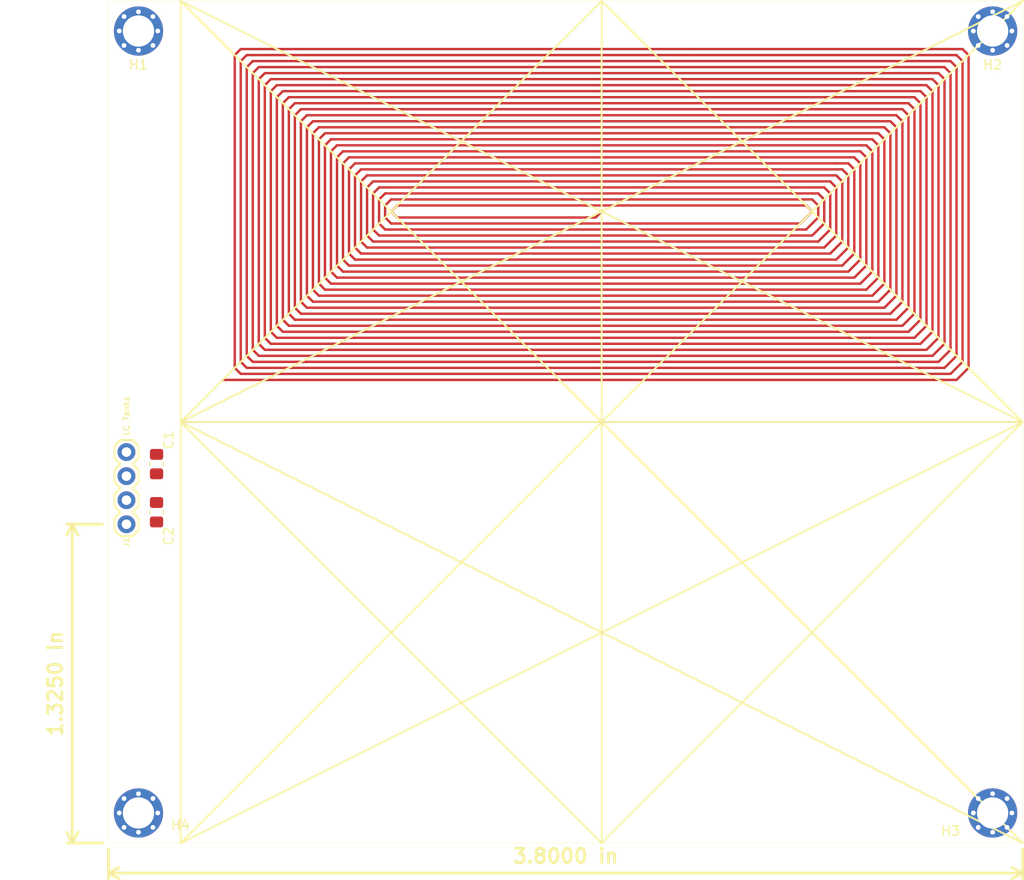
<source format=kicad_pcb>
(kicad_pcb (version 20171130) (host pcbnew "(5.0.2)-1")

  (general
    (thickness 1.6)
    (drawings 19)
    (tracks 229)
    (zones 0)
    (modules 7)
    (nets 7)
  )

  (page USLetter)
  (title_block
    (title "Proximity Sensor Tank: 2 Coils")
    (date 2020-06-24)
    (comment 4 "Cristinel Ababei")
  )

  (layers
    (0 F.Cu signal)
    (31 B.Cu signal)
    (32 B.Adhes user)
    (33 F.Adhes user)
    (34 B.Paste user)
    (35 F.Paste user)
    (36 B.SilkS user)
    (37 F.SilkS user)
    (38 B.Mask user)
    (39 F.Mask user)
    (40 Dwgs.User user)
    (41 Cmts.User user)
    (42 Eco1.User user)
    (43 Eco2.User user)
    (44 Edge.Cuts user)
    (45 Margin user)
    (46 B.CrtYd user)
    (47 F.CrtYd user)
    (48 B.Fab user)
    (49 F.Fab user)
  )

  (setup
    (last_trace_width 0.254)
    (user_trace_width 0.254)
    (user_trace_width 0.508)
    (trace_clearance 0.1524)
    (zone_clearance 0.508)
    (zone_45_only no)
    (trace_min 0.2286)
    (segment_width 0.2)
    (edge_width 0.15)
    (via_size 0.6858)
    (via_drill 0.3302)
    (via_min_size 0.6858)
    (via_min_drill 0.3302)
    (uvia_size 0.6858)
    (uvia_drill 0.3302)
    (uvias_allowed no)
    (uvia_min_size 0.2)
    (uvia_min_drill 0.1)
    (pcb_text_width 0.3)
    (pcb_text_size 1.5 1.5)
    (mod_edge_width 0.15)
    (mod_text_size 1 1)
    (mod_text_width 0.15)
    (pad_size 1.524 1.524)
    (pad_drill 0.762)
    (pad_to_mask_clearance 0.0508)
    (solder_mask_min_width 0.1016)
    (aux_axis_origin 0 0)
    (visible_elements 7FFFFFFF)
    (pcbplotparams
      (layerselection 0x010fc_ffffffff)
      (usegerberextensions false)
      (usegerberattributes false)
      (usegerberadvancedattributes false)
      (creategerberjobfile false)
      (excludeedgelayer true)
      (linewidth 0.100000)
      (plotframeref false)
      (viasonmask false)
      (mode 1)
      (useauxorigin false)
      (hpglpennumber 1)
      (hpglpenspeed 20)
      (hpglpendiameter 15.000000)
      (psnegative false)
      (psa4output false)
      (plotreference true)
      (plotvalue true)
      (plotinvisibletext false)
      (padsonsilk false)
      (subtractmaskfromsilk false)
      (outputformat 1)
      (mirror false)
      (drillshape 1)
      (scaleselection 1)
      (outputdirectory ""))
  )

  (net 0 "")
  (net 1 /LC2)
  (net 2 /LC1)
  (net 3 "Net-(H1-Pad1)")
  (net 4 "Net-(H2-Pad1)")
  (net 5 "Net-(H3-Pad1)")
  (net 6 "Net-(H4-Pad1)")

  (net_class Default "This is the default net class."
    (clearance 0.1524)
    (trace_width 0.254)
    (via_dia 0.6858)
    (via_drill 0.3302)
    (uvia_dia 0.6858)
    (uvia_drill 0.3302)
    (diff_pair_gap 0.254)
    (diff_pair_width 0.2286)
    (add_net /LC1)
    (add_net /LC2)
    (add_net "Net-(H1-Pad1)")
    (add_net "Net-(H2-Pad1)")
    (add_net "Net-(H3-Pad1)")
    (add_net "Net-(H4-Pad1)")
  )

  (module Capacitor_SMD:C_0805_2012Metric_Pad1.15x1.40mm_HandSolder (layer F.Cu) (tedit 5B36C52B) (tstamp 5F0259E5)
    (at 30.48 74.295 90)
    (descr "Capacitor SMD 0805 (2012 Metric), square (rectangular) end terminal, IPC_7351 nominal with elongated pad for handsoldering. (Body size source: https://docs.google.com/spreadsheets/d/1BsfQQcO9C6DZCsRaXUlFlo91Tg2WpOkGARC1WS5S8t0/edit?usp=sharing), generated with kicad-footprint-generator")
    (tags "capacitor handsolder")
    (path /5EF40050)
    (attr smd)
    (fp_text reference C1 (at 2.54 1.27 90) (layer F.SilkS)
      (effects (font (size 1 1) (thickness 0.15)))
    )
    (fp_text value 270pF (at 4.445 0 90) (layer F.Fab)
      (effects (font (size 1 1) (thickness 0.15)))
    )
    (fp_text user %R (at 0 0 90) (layer F.Fab)
      (effects (font (size 0.5 0.5) (thickness 0.08)))
    )
    (fp_line (start 1.85 0.95) (end -1.85 0.95) (layer F.CrtYd) (width 0.05))
    (fp_line (start 1.85 -0.95) (end 1.85 0.95) (layer F.CrtYd) (width 0.05))
    (fp_line (start -1.85 -0.95) (end 1.85 -0.95) (layer F.CrtYd) (width 0.05))
    (fp_line (start -1.85 0.95) (end -1.85 -0.95) (layer F.CrtYd) (width 0.05))
    (fp_line (start -0.261252 0.71) (end 0.261252 0.71) (layer F.SilkS) (width 0.12))
    (fp_line (start -0.261252 -0.71) (end 0.261252 -0.71) (layer F.SilkS) (width 0.12))
    (fp_line (start 1 0.6) (end -1 0.6) (layer F.Fab) (width 0.1))
    (fp_line (start 1 -0.6) (end 1 0.6) (layer F.Fab) (width 0.1))
    (fp_line (start -1 -0.6) (end 1 -0.6) (layer F.Fab) (width 0.1))
    (fp_line (start -1 0.6) (end -1 -0.6) (layer F.Fab) (width 0.1))
    (pad 2 smd roundrect (at 1.025 0 90) (size 1.15 1.4) (layers F.Cu F.Paste F.Mask) (roundrect_rratio 0.217391)
      (net 2 /LC1))
    (pad 1 smd roundrect (at -1.025 0 90) (size 1.15 1.4) (layers F.Cu F.Paste F.Mask) (roundrect_rratio 0.217391)
      (net 2 /LC1))
    (model ${KISYS3DMOD}/Capacitor_SMD.3dshapes/C_0805_2012Metric.wrl
      (at (xyz 0 0 0))
      (scale (xyz 1 1 1))
      (rotate (xyz 0 0 0))
    )
  )

  (module Capacitor_SMD:C_0805_2012Metric_Pad1.15x1.40mm_HandSolder (layer F.Cu) (tedit 5B36C52B) (tstamp 5F0259F6)
    (at 30.48 79.375 90)
    (descr "Capacitor SMD 0805 (2012 Metric), square (rectangular) end terminal, IPC_7351 nominal with elongated pad for handsoldering. (Body size source: https://docs.google.com/spreadsheets/d/1BsfQQcO9C6DZCsRaXUlFlo91Tg2WpOkGARC1WS5S8t0/edit?usp=sharing), generated with kicad-footprint-generator")
    (tags "capacitor handsolder")
    (path /5EF401C2)
    (attr smd)
    (fp_text reference C2 (at -2.54 1.27 90) (layer F.SilkS)
      (effects (font (size 1 1) (thickness 0.15)))
    )
    (fp_text value 270pF (at -4.445 0 90) (layer F.Fab)
      (effects (font (size 1 1) (thickness 0.15)))
    )
    (fp_line (start -1 0.6) (end -1 -0.6) (layer F.Fab) (width 0.1))
    (fp_line (start -1 -0.6) (end 1 -0.6) (layer F.Fab) (width 0.1))
    (fp_line (start 1 -0.6) (end 1 0.6) (layer F.Fab) (width 0.1))
    (fp_line (start 1 0.6) (end -1 0.6) (layer F.Fab) (width 0.1))
    (fp_line (start -0.261252 -0.71) (end 0.261252 -0.71) (layer F.SilkS) (width 0.12))
    (fp_line (start -0.261252 0.71) (end 0.261252 0.71) (layer F.SilkS) (width 0.12))
    (fp_line (start -1.85 0.95) (end -1.85 -0.95) (layer F.CrtYd) (width 0.05))
    (fp_line (start -1.85 -0.95) (end 1.85 -0.95) (layer F.CrtYd) (width 0.05))
    (fp_line (start 1.85 -0.95) (end 1.85 0.95) (layer F.CrtYd) (width 0.05))
    (fp_line (start 1.85 0.95) (end -1.85 0.95) (layer F.CrtYd) (width 0.05))
    (fp_text user %R (at 0 0 90) (layer F.Fab)
      (effects (font (size 0.5 0.5) (thickness 0.08)))
    )
    (pad 1 smd roundrect (at -1.025 0 90) (size 1.15 1.4) (layers F.Cu F.Paste F.Mask) (roundrect_rratio 0.217391)
      (net 1 /LC2))
    (pad 2 smd roundrect (at 1.025 0 90) (size 1.15 1.4) (layers F.Cu F.Paste F.Mask) (roundrect_rratio 0.217391)
      (net 1 /LC2))
    (model ${KISYS3DMOD}/Capacitor_SMD.3dshapes/C_0805_2012Metric.wrl
      (at (xyz 0 0 0))
      (scale (xyz 1 1 1))
      (rotate (xyz 0 0 0))
    )
  )

  (module Hardware:STANDOFF_GROUNDING (layer F.Cu) (tedit 596A6999) (tstamp 5F025A03)
    (at 28.575 28.575)
    (path /5EF40027)
    (fp_text reference H1 (at 0 3.556) (layer F.SilkS)
      (effects (font (size 1 1) (thickness 0.15)))
    )
    (fp_text value 1 (at 3.81 -1.905) (layer F.Fab)
      (effects (font (size 1 1) (thickness 0.15)))
    )
    (pad 1 thru_hole circle (at 0 0) (size 5.2 5.2) (drill 3.302) (layers *.Cu *.Mask)
      (net 3 "Net-(H1-Pad1)"))
    (pad 1 thru_hole circle (at 2.032 0) (size 0.5 0.5) (drill 0.5) (layers *.Cu *.Mask)
      (net 3 "Net-(H1-Pad1)"))
    (pad 1 thru_hole circle (at -2.032 0) (size 0.5 0.5) (drill 0.5) (layers *.Cu *.Mask)
      (net 3 "Net-(H1-Pad1)"))
    (pad 1 thru_hole circle (at 0 -2.032) (size 0.5 0.5) (drill 0.5) (layers *.Cu *.Mask)
      (net 3 "Net-(H1-Pad1)"))
    (pad 1 thru_hole circle (at 0 2.032) (size 0.5 0.5) (drill 0.5) (layers *.Cu *.Mask)
      (net 3 "Net-(H1-Pad1)"))
    (pad 1 thru_hole circle (at 1.524 1.524) (size 0.5 0.5) (drill 0.5) (layers *.Cu *.Mask)
      (net 3 "Net-(H1-Pad1)"))
    (pad 1 thru_hole circle (at 1.524 -1.524) (size 0.5 0.5) (drill 0.5) (layers *.Cu *.Mask)
      (net 3 "Net-(H1-Pad1)"))
    (pad 1 thru_hole circle (at -1.524 -1.524) (size 0.5 0.5) (drill 0.5) (layers *.Cu *.Mask)
      (net 3 "Net-(H1-Pad1)"))
    (pad 1 thru_hole circle (at -1.524 1.524) (size 0.5 0.5) (drill 0.5) (layers *.Cu *.Mask)
      (net 3 "Net-(H1-Pad1)"))
  )

  (module Hardware:STANDOFF_GROUNDING (layer F.Cu) (tedit 596A6999) (tstamp 5F025A10)
    (at 118.745 28.575)
    (path /5EF40035)
    (fp_text reference H2 (at 0 3.556) (layer F.SilkS)
      (effects (font (size 1 1) (thickness 0.15)))
    )
    (fp_text value 2 (at -3.81 -1.27) (layer F.Fab)
      (effects (font (size 1 1) (thickness 0.15)))
    )
    (pad 1 thru_hole circle (at 0 0) (size 5.2 5.2) (drill 3.302) (layers *.Cu *.Mask)
      (net 4 "Net-(H2-Pad1)"))
    (pad 1 thru_hole circle (at 2.032 0) (size 0.5 0.5) (drill 0.5) (layers *.Cu *.Mask)
      (net 4 "Net-(H2-Pad1)"))
    (pad 1 thru_hole circle (at -2.032 0) (size 0.5 0.5) (drill 0.5) (layers *.Cu *.Mask)
      (net 4 "Net-(H2-Pad1)"))
    (pad 1 thru_hole circle (at 0 -2.032) (size 0.5 0.5) (drill 0.5) (layers *.Cu *.Mask)
      (net 4 "Net-(H2-Pad1)"))
    (pad 1 thru_hole circle (at 0 2.032) (size 0.5 0.5) (drill 0.5) (layers *.Cu *.Mask)
      (net 4 "Net-(H2-Pad1)"))
    (pad 1 thru_hole circle (at 1.524 1.524) (size 0.5 0.5) (drill 0.5) (layers *.Cu *.Mask)
      (net 4 "Net-(H2-Pad1)"))
    (pad 1 thru_hole circle (at 1.524 -1.524) (size 0.5 0.5) (drill 0.5) (layers *.Cu *.Mask)
      (net 4 "Net-(H2-Pad1)"))
    (pad 1 thru_hole circle (at -1.524 -1.524) (size 0.5 0.5) (drill 0.5) (layers *.Cu *.Mask)
      (net 4 "Net-(H2-Pad1)"))
    (pad 1 thru_hole circle (at -1.524 1.524) (size 0.5 0.5) (drill 0.5) (layers *.Cu *.Mask)
      (net 4 "Net-(H2-Pad1)"))
  )

  (module Hardware:STANDOFF_GROUNDING (layer F.Cu) (tedit 596A6999) (tstamp 5F025A1D)
    (at 118.745 111.125)
    (path /5EF4002E)
    (fp_text reference H3 (at -4.445 1.905) (layer F.SilkS)
      (effects (font (size 1 1) (thickness 0.15)))
    )
    (fp_text value 3 (at 0 -3.556) (layer F.Fab)
      (effects (font (size 1 1) (thickness 0.15)))
    )
    (pad 1 thru_hole circle (at -1.524 1.524) (size 0.5 0.5) (drill 0.5) (layers *.Cu *.Mask)
      (net 5 "Net-(H3-Pad1)"))
    (pad 1 thru_hole circle (at -1.524 -1.524) (size 0.5 0.5) (drill 0.5) (layers *.Cu *.Mask)
      (net 5 "Net-(H3-Pad1)"))
    (pad 1 thru_hole circle (at 1.524 -1.524) (size 0.5 0.5) (drill 0.5) (layers *.Cu *.Mask)
      (net 5 "Net-(H3-Pad1)"))
    (pad 1 thru_hole circle (at 1.524 1.524) (size 0.5 0.5) (drill 0.5) (layers *.Cu *.Mask)
      (net 5 "Net-(H3-Pad1)"))
    (pad 1 thru_hole circle (at 0 2.032) (size 0.5 0.5) (drill 0.5) (layers *.Cu *.Mask)
      (net 5 "Net-(H3-Pad1)"))
    (pad 1 thru_hole circle (at 0 -2.032) (size 0.5 0.5) (drill 0.5) (layers *.Cu *.Mask)
      (net 5 "Net-(H3-Pad1)"))
    (pad 1 thru_hole circle (at -2.032 0) (size 0.5 0.5) (drill 0.5) (layers *.Cu *.Mask)
      (net 5 "Net-(H3-Pad1)"))
    (pad 1 thru_hole circle (at 2.032 0) (size 0.5 0.5) (drill 0.5) (layers *.Cu *.Mask)
      (net 5 "Net-(H3-Pad1)"))
    (pad 1 thru_hole circle (at 0 0) (size 5.2 5.2) (drill 3.302) (layers *.Cu *.Mask)
      (net 5 "Net-(H3-Pad1)"))
  )

  (module Hardware:STANDOFF_GROUNDING (layer F.Cu) (tedit 596A6999) (tstamp 5F025A2A)
    (at 28.575 111.125)
    (path /5EF4003C)
    (fp_text reference H4 (at 4.445 1.27) (layer F.SilkS)
      (effects (font (size 1 1) (thickness 0.15)))
    )
    (fp_text value 4 (at 0 -3.556) (layer F.Fab)
      (effects (font (size 1 1) (thickness 0.15)))
    )
    (pad 1 thru_hole circle (at -1.524 1.524) (size 0.5 0.5) (drill 0.5) (layers *.Cu *.Mask)
      (net 6 "Net-(H4-Pad1)"))
    (pad 1 thru_hole circle (at -1.524 -1.524) (size 0.5 0.5) (drill 0.5) (layers *.Cu *.Mask)
      (net 6 "Net-(H4-Pad1)"))
    (pad 1 thru_hole circle (at 1.524 -1.524) (size 0.5 0.5) (drill 0.5) (layers *.Cu *.Mask)
      (net 6 "Net-(H4-Pad1)"))
    (pad 1 thru_hole circle (at 1.524 1.524) (size 0.5 0.5) (drill 0.5) (layers *.Cu *.Mask)
      (net 6 "Net-(H4-Pad1)"))
    (pad 1 thru_hole circle (at 0 2.032) (size 0.5 0.5) (drill 0.5) (layers *.Cu *.Mask)
      (net 6 "Net-(H4-Pad1)"))
    (pad 1 thru_hole circle (at 0 -2.032) (size 0.5 0.5) (drill 0.5) (layers *.Cu *.Mask)
      (net 6 "Net-(H4-Pad1)"))
    (pad 1 thru_hole circle (at -2.032 0) (size 0.5 0.5) (drill 0.5) (layers *.Cu *.Mask)
      (net 6 "Net-(H4-Pad1)"))
    (pad 1 thru_hole circle (at 2.032 0) (size 0.5 0.5) (drill 0.5) (layers *.Cu *.Mask)
      (net 6 "Net-(H4-Pad1)"))
    (pad 1 thru_hole circle (at 0 0) (size 5.2 5.2) (drill 3.302) (layers *.Cu *.Mask)
      (net 6 "Net-(H4-Pad1)"))
  )

  (module Connectors:1X04 (layer F.Cu) (tedit 5963D2C6) (tstamp 5F025A4C)
    (at 27.305 73.025 270)
    (descr "PLATED THROUGH HOLE - 4 PIN")
    (tags "PLATED THROUGH HOLE - 4 PIN")
    (path /5EF40044)
    (attr virtual)
    (fp_text reference J1 (at 9.525 0 270) (layer F.SilkS)
      (effects (font (size 0.6096 0.6096) (thickness 0.127)))
    )
    (fp_text value "LC Tanks" (at -3.81 0 270) (layer F.SilkS)
      (effects (font (size 0.6096 0.6096) (thickness 0.127)))
    )
    (fp_line (start 6.985 -1.27) (end 8.255 -1.27) (layer F.SilkS) (width 0.2032))
    (fp_line (start 8.255 -1.27) (end 8.89 -0.635) (layer F.SilkS) (width 0.2032))
    (fp_line (start 8.89 0.635) (end 8.255 1.27) (layer F.SilkS) (width 0.2032))
    (fp_line (start 3.81 -0.635) (end 4.445 -1.27) (layer F.SilkS) (width 0.2032))
    (fp_line (start 4.445 -1.27) (end 5.715 -1.27) (layer F.SilkS) (width 0.2032))
    (fp_line (start 5.715 -1.27) (end 6.35 -0.635) (layer F.SilkS) (width 0.2032))
    (fp_line (start 6.35 0.635) (end 5.715 1.27) (layer F.SilkS) (width 0.2032))
    (fp_line (start 5.715 1.27) (end 4.445 1.27) (layer F.SilkS) (width 0.2032))
    (fp_line (start 4.445 1.27) (end 3.81 0.635) (layer F.SilkS) (width 0.2032))
    (fp_line (start 6.985 -1.27) (end 6.35 -0.635) (layer F.SilkS) (width 0.2032))
    (fp_line (start 6.35 0.635) (end 6.985 1.27) (layer F.SilkS) (width 0.2032))
    (fp_line (start 8.255 1.27) (end 6.985 1.27) (layer F.SilkS) (width 0.2032))
    (fp_line (start -0.635 -1.27) (end 0.635 -1.27) (layer F.SilkS) (width 0.2032))
    (fp_line (start 0.635 -1.27) (end 1.27 -0.635) (layer F.SilkS) (width 0.2032))
    (fp_line (start 1.27 0.635) (end 0.635 1.27) (layer F.SilkS) (width 0.2032))
    (fp_line (start 1.27 -0.635) (end 1.905 -1.27) (layer F.SilkS) (width 0.2032))
    (fp_line (start 1.905 -1.27) (end 3.175 -1.27) (layer F.SilkS) (width 0.2032))
    (fp_line (start 3.175 -1.27) (end 3.81 -0.635) (layer F.SilkS) (width 0.2032))
    (fp_line (start 3.81 0.635) (end 3.175 1.27) (layer F.SilkS) (width 0.2032))
    (fp_line (start 3.175 1.27) (end 1.905 1.27) (layer F.SilkS) (width 0.2032))
    (fp_line (start 1.905 1.27) (end 1.27 0.635) (layer F.SilkS) (width 0.2032))
    (fp_line (start -1.27 -0.635) (end -1.27 0.635) (layer F.SilkS) (width 0.2032))
    (fp_line (start -0.635 -1.27) (end -1.27 -0.635) (layer F.SilkS) (width 0.2032))
    (fp_line (start -1.27 0.635) (end -0.635 1.27) (layer F.SilkS) (width 0.2032))
    (fp_line (start 0.635 1.27) (end -0.635 1.27) (layer F.SilkS) (width 0.2032))
    (fp_line (start 8.89 -0.635) (end 8.89 0.635) (layer F.SilkS) (width 0.2032))
    (pad 1 thru_hole circle (at 0 0 270) (size 1.8796 1.8796) (drill 1.016) (layers *.Cu *.Mask)
      (net 2 /LC1) (solder_mask_margin 0.1016))
    (pad 2 thru_hole circle (at 2.54 0 270) (size 1.8796 1.8796) (drill 1.016) (layers *.Cu *.Mask)
      (net 2 /LC1) (solder_mask_margin 0.1016))
    (pad 3 thru_hole circle (at 5.08 0 270) (size 1.8796 1.8796) (drill 1.016) (layers *.Cu *.Mask)
      (net 1 /LC2) (solder_mask_margin 0.1016))
    (pad 4 thru_hole circle (at 7.62 0 270) (size 1.8796 1.8796) (drill 1.016) (layers *.Cu *.Mask)
      (net 1 /LC2) (solder_mask_margin 0.1016))
  )

  (gr_line (start 77.47 25.4) (end 121.92 69.85) (layer F.SilkS) (width 0.2))
  (gr_line (start 33.02 69.85) (end 77.47 114.3) (layer F.SilkS) (width 0.2))
  (gr_line (start 77.47 25.4) (end 33.02 69.85) (layer F.SilkS) (width 0.2))
  (gr_line (start 33.02 114.3) (end 121.92 25.4) (layer F.SilkS) (width 0.2))
  (gr_line (start 33.02 25.4) (end 121.92 114.3) (layer F.SilkS) (width 0.2))
  (gr_line (start 77.47 114.3) (end 121.92 69.85) (layer F.SilkS) (width 0.2))
  (gr_line (start 77.47 25.4) (end 77.47 114.3) (layer F.SilkS) (width 0.2))
  (gr_line (start 33.02 69.85) (end 121.92 114.3) (layer F.SilkS) (width 0.2))
  (gr_line (start 33.02 114.3) (end 121.92 69.85) (layer F.SilkS) (width 0.2))
  (gr_line (start 33.02 25.4) (end 121.92 69.85) (layer F.SilkS) (width 0.2))
  (gr_line (start 33.02 69.85) (end 121.92 25.4) (layer F.SilkS) (width 0.2))
  (gr_line (start 33.02 25.4) (end 33.02 114.3) (layer F.SilkS) (width 0.2))
  (gr_line (start 121.92 69.85) (end 33.02 69.85) (layer F.SilkS) (width 0.2))
  (dimension 33.655 (width 0.3) (layer F.SilkS)
    (gr_text "1.3250 in" (at 19.49 97.4725 90) (layer F.SilkS)
      (effects (font (size 1.5 1.5) (thickness 0.3)))
    )
    (feature1 (pts (xy 24.765 80.645) (xy 21.003579 80.645)))
    (feature2 (pts (xy 24.765 114.3) (xy 21.003579 114.3)))
    (crossbar (pts (xy 21.59 114.3) (xy 21.59 80.645)))
    (arrow1a (pts (xy 21.59 80.645) (xy 22.176421 81.771504)))
    (arrow1b (pts (xy 21.59 80.645) (xy 21.003579 81.771504)))
    (arrow2a (pts (xy 21.59 114.3) (xy 22.176421 113.173496)))
    (arrow2b (pts (xy 21.59 114.3) (xy 21.003579 113.173496)))
  )
  (dimension 96.52 (width 0.3) (layer F.SilkS)
    (gr_text "3.8000 in" (at 73.66 119.575) (layer F.SilkS)
      (effects (font (size 1.5 1.5) (thickness 0.3)))
    )
    (feature1 (pts (xy 121.92 114.935) (xy 121.92 118.061421)))
    (feature2 (pts (xy 25.4 114.935) (xy 25.4 118.061421)))
    (crossbar (pts (xy 25.4 117.475) (xy 121.92 117.475)))
    (arrow1a (pts (xy 121.92 117.475) (xy 120.793496 118.061421)))
    (arrow1b (pts (xy 121.92 117.475) (xy 120.793496 116.888579)))
    (arrow2a (pts (xy 25.4 117.475) (xy 26.526504 118.061421)))
    (arrow2b (pts (xy 25.4 117.475) (xy 26.526504 116.888579)))
  )
  (gr_line (start 121.92 25.4) (end 25.4 25.4) (layer F.SilkS) (width 0.0254))
  (gr_line (start 121.92 114.3) (end 121.92 25.4) (layer F.SilkS) (width 0.0254))
  (gr_line (start 25.4 114.3) (end 121.92 114.3) (layer F.SilkS) (width 0.0254))
  (gr_line (start 25.4 25.4) (end 25.4 114.3) (layer F.SilkS) (width 0.0254))

  (segment (start 77.47 47.625) (end 76.835 48.26) (width 0.254) (layer F.Cu) (net 0) (tstamp 5F02606E))
  (segment (start 76.835 48.26) (end 55.88 48.26) (width 0.254) (layer F.Cu) (net 0) (tstamp 5F02607D))
  (segment (start 55.88 48.26) (end 55.245 47.625) (width 0.254) (layer F.Cu) (net 0) (tstamp 5F026080))
  (segment (start 55.245 47.625) (end 55.88 46.99) (width 0.254) (layer F.Cu) (net 0) (tstamp 5F026074))
  (segment (start 55.88 46.99) (end 99.06 46.99) (width 0.254) (layer F.Cu) (net 0) (tstamp 5F02607A))
  (segment (start 99.06 46.99) (end 99.695 47.625) (width 0.254) (layer F.Cu) (net 0) (tstamp 5F026071))
  (segment (start 99.695 47.625) (end 98.425 48.895) (width 0.254) (layer F.Cu) (net 0) (tstamp 5F026077))
  (segment (start 98.425 48.895) (end 55.88 48.895) (width 0.254) (layer F.Cu) (net 0) (tstamp 5F026086))
  (segment (start 55.88 48.895) (end 55.245 48.895) (width 0.254) (layer F.Cu) (net 0) (tstamp 5F026083))
  (segment (start 55.245 48.895) (end 54.61 48.26) (width 0.254) (layer F.Cu) (net 0) (tstamp 5F026089))
  (segment (start 54.61 48.26) (end 54.61 47.625) (width 0.254) (layer F.Cu) (net 0) (tstamp 5F0262E7))
  (segment (start 54.61 47.625) (end 54.61 46.99) (width 0.254) (layer F.Cu) (net 0) (tstamp 5F02629F))
  (segment (start 54.61 46.99) (end 55.245 46.355) (width 0.254) (layer F.Cu) (net 0) (tstamp 5F0262C3))
  (segment (start 55.245 46.355) (end 99.695 46.355) (width 0.254) (layer F.Cu) (net 0) (tstamp 5F0262ED))
  (segment (start 99.695 46.355) (end 100.33 46.99) (width 0.254) (layer F.Cu) (net 0) (tstamp 5F0262DB))
  (segment (start 100.33 46.99) (end 100.33 48.26) (width 0.254) (layer F.Cu) (net 0) (tstamp 5F0262B7))
  (segment (start 100.33 48.26) (end 99.06 49.53) (width 0.254) (layer F.Cu) (net 0) (tstamp 5F0262A5))
  (segment (start 99.06 49.53) (end 54.61 49.53) (width 0.254) (layer F.Cu) (net 0) (tstamp 5F0262EA))
  (segment (start 54.61 49.53) (end 53.975 48.895) (width 0.254) (layer F.Cu) (net 0) (tstamp 5F0262CF))
  (segment (start 53.975 48.895) (end 53.975 46.355) (width 0.254) (layer F.Cu) (net 0) (tstamp 5F0262CC))
  (segment (start 53.975 46.355) (end 54.61 45.72) (width 0.254) (layer F.Cu) (net 0) (tstamp 5F0262C0))
  (segment (start 54.61 45.72) (end 99.695 45.72) (width 0.254) (layer F.Cu) (net 0) (tstamp 5F0262B1))
  (segment (start 99.695 45.72) (end 100.33 45.72) (width 0.254) (layer F.Cu) (net 0) (tstamp 5F0262BA))
  (segment (start 100.33 45.72) (end 100.965 46.355) (width 0.254) (layer F.Cu) (net 0) (tstamp 5F0262BD))
  (segment (start 100.965 46.355) (end 100.965 48.895) (width 0.254) (layer F.Cu) (net 0) (tstamp 5F0262DE))
  (segment (start 100.965 48.895) (end 99.695 50.165) (width 0.254) (layer F.Cu) (net 0) (tstamp 5F0262AB))
  (segment (start 99.695 50.165) (end 53.975 50.165) (width 0.254) (layer F.Cu) (net 0) (tstamp 5F0262A2))
  (segment (start 53.975 50.165) (end 53.34 49.53) (width 0.254) (layer F.Cu) (net 0) (tstamp 5F0262E4))
  (segment (start 53.34 49.53) (end 53.34 45.72) (width 0.254) (layer F.Cu) (net 0) (tstamp 5F0262D5))
  (segment (start 53.34 45.72) (end 53.975 45.085) (width 0.254) (layer F.Cu) (net 0) (tstamp 5F0262C9))
  (segment (start 53.975 45.085) (end 100.965 45.085) (width 0.254) (layer F.Cu) (net 0) (tstamp 5F02629C))
  (segment (start 100.965 45.085) (end 101.6 45.72) (width 0.254) (layer F.Cu) (net 0) (tstamp 5F0262D8))
  (segment (start 101.6 45.72) (end 101.6 49.53) (width 0.254) (layer F.Cu) (net 0) (tstamp 5F0262B4))
  (segment (start 101.6 49.53) (end 100.33 50.8) (width 0.254) (layer F.Cu) (net 0) (tstamp 5F0262AE))
  (segment (start 100.33 50.8) (end 53.34 50.8) (width 0.254) (layer F.Cu) (net 0) (tstamp 5F0262E1))
  (segment (start 53.34 50.8) (end 52.705 50.165) (width 0.254) (layer F.Cu) (net 0) (tstamp 5F0262C6))
  (segment (start 52.705 50.165) (end 52.705 45.085) (width 0.254) (layer F.Cu) (net 0) (tstamp 5F0262A8))
  (segment (start 52.705 45.085) (end 53.34 44.45) (width 0.254) (layer F.Cu) (net 0) (tstamp 5F0262D2))
  (segment (start 53.34 44.45) (end 101.6 44.45) (width 0.254) (layer F.Cu) (net 0) (tstamp 5F026299))
  (segment (start 101.6 44.45) (end 102.235 45.085) (width 0.254) (layer F.Cu) (net 0) (tstamp 5F026254))
  (segment (start 102.235 45.085) (end 102.235 50.165) (width 0.254) (layer F.Cu) (net 0) (tstamp 5F02625D))
  (segment (start 102.235 50.165) (end 100.965 51.435) (width 0.254) (layer F.Cu) (net 0) (tstamp 5F026281))
  (segment (start 100.965 51.435) (end 52.705 51.435) (width 0.254) (layer F.Cu) (net 0) (tstamp 5F026266))
  (segment (start 52.705 51.435) (end 52.07 50.8) (width 0.254) (layer F.Cu) (net 0) (tstamp 5F026296))
  (segment (start 52.07 50.8) (end 52.07 44.45) (width 0.254) (layer F.Cu) (net 0) (tstamp 5F02624B))
  (segment (start 52.07 44.45) (end 52.705 43.815) (width 0.254) (layer F.Cu) (net 0) (tstamp 5F026275))
  (segment (start 52.705 43.815) (end 102.235 43.815) (width 0.254) (layer F.Cu) (net 0) (tstamp 5F02623F))
  (segment (start 102.235 43.815) (end 102.87 44.45) (width 0.254) (layer F.Cu) (net 0) (tstamp 5F02628D))
  (segment (start 102.87 44.45) (end 102.87 50.8) (width 0.254) (layer F.Cu) (net 0) (tstamp 5F026257))
  (segment (start 102.87 50.8) (end 101.6 52.07) (width 0.254) (layer F.Cu) (net 0) (tstamp 5F026272))
  (segment (start 101.6 52.07) (end 52.07 52.07) (width 0.254) (layer F.Cu) (net 0) (tstamp 5F026242))
  (segment (start 52.07 52.07) (end 51.435 51.435) (width 0.254) (layer F.Cu) (net 0) (tstamp 5F02626F))
  (segment (start 51.435 51.435) (end 51.435 43.815) (width 0.254) (layer F.Cu) (net 0) (tstamp 5F02628A))
  (segment (start 51.435 43.815) (end 52.07 43.18) (width 0.254) (layer F.Cu) (net 0) (tstamp 5F026287))
  (segment (start 52.07 43.18) (end 102.87 43.18) (width 0.254) (layer F.Cu) (net 0) (tstamp 5F026251))
  (segment (start 102.87 43.18) (end 103.505 43.815) (width 0.254) (layer F.Cu) (net 0) (tstamp 5F02625A))
  (segment (start 103.505 43.815) (end 103.505 51.435) (width 0.254) (layer F.Cu) (net 0) (tstamp 5F02627E))
  (segment (start 103.505 51.435) (end 102.235 52.705) (width 0.254) (layer F.Cu) (net 0) (tstamp 5F02627B))
  (segment (start 102.235 52.705) (end 51.435 52.705) (width 0.254) (layer F.Cu) (net 0) (tstamp 5F026245))
  (segment (start 51.435 52.705) (end 50.8 52.07) (width 0.254) (layer F.Cu) (net 0) (tstamp 5F026269))
  (segment (start 50.8 52.07) (end 50.8 43.18) (width 0.254) (layer F.Cu) (net 0) (tstamp 5F026248))
  (segment (start 50.8 43.18) (end 51.435 42.545) (width 0.254) (layer F.Cu) (net 0) (tstamp 5F02624E))
  (segment (start 51.435 42.545) (end 102.235 42.545) (width 0.254) (layer F.Cu) (net 0) (tstamp 5F026263))
  (segment (start 102.235 42.545) (end 103.505 42.545) (width 0.254) (layer F.Cu) (net 0) (tstamp 5F02626C))
  (segment (start 103.505 42.545) (end 104.14 43.18) (width 0.254) (layer F.Cu) (net 0) (tstamp 5F026293))
  (segment (start 104.14 43.18) (end 104.14 52.07) (width 0.254) (layer F.Cu) (net 0) (tstamp 5F026284))
  (segment (start 104.14 52.07) (end 102.87 53.34) (width 0.254) (layer F.Cu) (net 0) (tstamp 5F026260))
  (segment (start 102.87 53.34) (end 50.8 53.34) (width 0.254) (layer F.Cu) (net 0) (tstamp 5F026290))
  (segment (start 50.8 53.34) (end 50.165 52.705) (width 0.254) (layer F.Cu) (net 0) (tstamp 5F026278))
  (segment (start 50.165 52.705) (end 50.165 42.545) (width 0.254) (layer F.Cu) (net 0) (tstamp 5F0261F7))
  (segment (start 50.165 42.545) (end 50.8 41.91) (width 0.254) (layer F.Cu) (net 0) (tstamp 5F0261D3))
  (segment (start 50.8 41.91) (end 104.14 41.91) (width 0.254) (layer F.Cu) (net 0) (tstamp 5F0261E2))
  (segment (start 104.14 41.91) (end 104.775 42.545) (width 0.254) (layer F.Cu) (net 0) (tstamp 5F0261DC))
  (segment (start 104.775 42.545) (end 104.775 52.705) (width 0.254) (layer F.Cu) (net 0) (tstamp 5F02620F))
  (segment (start 104.775 52.705) (end 103.505 53.975) (width 0.254) (layer F.Cu) (net 0) (tstamp 5F026230))
  (segment (start 103.505 53.975) (end 50.165 53.975) (width 0.254) (layer F.Cu) (net 0) (tstamp 5F02622A))
  (segment (start 50.165 53.975) (end 49.53 53.34) (width 0.254) (layer F.Cu) (net 0) (tstamp 5F0261E8))
  (segment (start 49.53 53.34) (end 49.53 41.91) (width 0.254) (layer F.Cu) (net 0) (tstamp 5F0261D9))
  (segment (start 49.53 41.91) (end 50.165 41.275) (width 0.254) (layer F.Cu) (net 0) (tstamp 5F026221))
  (segment (start 50.165 41.275) (end 104.775 41.275) (width 0.254) (layer F.Cu) (net 0) (tstamp 5F02622D))
  (segment (start 104.775 41.275) (end 105.41 41.91) (width 0.254) (layer F.Cu) (net 0) (tstamp 5F0261D6))
  (segment (start 105.41 41.91) (end 105.41 53.34) (width 0.254) (layer F.Cu) (net 0) (tstamp 5F02623C))
  (segment (start 105.41 53.34) (end 104.14 54.61) (width 0.254) (layer F.Cu) (net 0) (tstamp 5F02621B))
  (segment (start 104.14 54.61) (end 50.165 54.61) (width 0.254) (layer F.Cu) (net 0) (tstamp 5F026209))
  (segment (start 50.165 54.61) (end 49.53 54.61) (width 0.254) (layer F.Cu) (net 0) (tstamp 5F026206))
  (segment (start 49.53 54.61) (end 48.895 53.975) (width 0.254) (layer F.Cu) (net 0) (tstamp 5F026218))
  (segment (start 48.895 53.975) (end 48.895 41.275) (width 0.254) (layer F.Cu) (net 0) (tstamp 5F0261E5))
  (segment (start 48.895 41.275) (end 49.53 40.64) (width 0.254) (layer F.Cu) (net 0) (tstamp 5F026239))
  (segment (start 49.53 40.64) (end 105.41 40.64) (width 0.254) (layer F.Cu) (net 0) (tstamp 5F026227))
  (segment (start 105.41 40.64) (end 106.045 41.275) (width 0.254) (layer F.Cu) (net 0) (tstamp 5F026203))
  (segment (start 106.045 41.275) (end 106.045 53.975) (width 0.254) (layer F.Cu) (net 0) (tstamp 5F0261DF))
  (segment (start 106.045 53.975) (end 104.775 55.245) (width 0.254) (layer F.Cu) (net 0) (tstamp 5F026212))
  (segment (start 104.775 55.245) (end 48.895 55.245) (width 0.254) (layer F.Cu) (net 0) (tstamp 5F0261FD))
  (segment (start 48.895 55.245) (end 48.26 54.61) (width 0.254) (layer F.Cu) (net 0) (tstamp 5F026236))
  (segment (start 48.26 54.61) (end 48.26 40.64) (width 0.254) (layer F.Cu) (net 0) (tstamp 5F0261F1))
  (segment (start 48.26 40.64) (end 48.895 40.005) (width 0.254) (layer F.Cu) (net 0) (tstamp 5F026224))
  (segment (start 48.895 40.005) (end 106.045 40.005) (width 0.254) (layer F.Cu) (net 0) (tstamp 5F026233))
  (segment (start 106.045 40.005) (end 106.68 40.64) (width 0.254) (layer F.Cu) (net 0) (tstamp 5F0261EB))
  (segment (start 106.68 40.64) (end 106.68 54.61) (width 0.254) (layer F.Cu) (net 0) (tstamp 5F0261FA))
  (segment (start 106.68 54.61) (end 105.41 55.88) (width 0.254) (layer F.Cu) (net 0) (tstamp 5F0261EE))
  (segment (start 105.41 55.88) (end 48.26 55.88) (width 0.254) (layer F.Cu) (net 0) (tstamp 5F0261A3))
  (segment (start 48.26 55.88) (end 47.625 55.245) (width 0.254) (layer F.Cu) (net 0) (tstamp 5F0261B2))
  (segment (start 47.625 55.245) (end 47.625 40.005) (width 0.254) (layer F.Cu) (net 0) (tstamp 5F0261A0))
  (segment (start 47.625 40.005) (end 48.26 39.37) (width 0.254) (layer F.Cu) (net 0) (tstamp 5F02617F))
  (segment (start 48.26 39.37) (end 106.68 39.37) (width 0.254) (layer F.Cu) (net 0) (tstamp 5F026197))
  (segment (start 106.68 39.37) (end 107.315 40.005) (width 0.254) (layer F.Cu) (net 0) (tstamp 5F0261A9))
  (segment (start 107.315 40.005) (end 107.315 55.245) (width 0.254) (layer F.Cu) (net 0) (tstamp 5F0261BB))
  (segment (start 107.315 55.245) (end 106.045 56.515) (width 0.254) (layer F.Cu) (net 0) (tstamp 5F0261B8))
  (segment (start 106.045 56.515) (end 47.625 56.515) (width 0.254) (layer F.Cu) (net 0) (tstamp 5F0261B5))
  (segment (start 47.625 56.515) (end 46.99 55.88) (width 0.254) (layer F.Cu) (net 0) (tstamp 5F02617C))
  (segment (start 46.99 55.88) (end 46.99 39.37) (width 0.254) (layer F.Cu) (net 0) (tstamp 5F0261AC))
  (segment (start 46.99 39.37) (end 47.625 38.735) (width 0.254) (layer F.Cu) (net 0) (tstamp 5F0261CD))
  (segment (start 47.625 38.735) (end 107.315 38.735) (width 0.254) (layer F.Cu) (net 0) (tstamp 5F0261C1))
  (segment (start 107.315 38.735) (end 107.95 39.37) (width 0.254) (layer F.Cu) (net 0) (tstamp 5F02618B))
  (segment (start 107.95 39.37) (end 107.95 55.88) (width 0.254) (layer F.Cu) (net 0) (tstamp 5F026188))
  (segment (start 107.95 55.88) (end 106.68 57.15) (width 0.254) (layer F.Cu) (net 0) (tstamp 5F0261AF))
  (segment (start 106.68 57.15) (end 46.99 57.15) (width 0.254) (layer F.Cu) (net 0) (tstamp 5F026191))
  (segment (start 46.99 57.15) (end 46.355 56.515) (width 0.254) (layer F.Cu) (net 0) (tstamp 5F0261A6))
  (segment (start 46.355 56.515) (end 46.355 38.735) (width 0.254) (layer F.Cu) (net 0) (tstamp 5F026179))
  (segment (start 46.355 38.735) (end 46.99 38.1) (width 0.254) (layer F.Cu) (net 0) (tstamp 5F02619D))
  (segment (start 46.99 38.1) (end 107.95 38.1) (width 0.254) (layer F.Cu) (net 0) (tstamp 5F026176))
  (segment (start 107.95 38.1) (end 108.585 38.735) (width 0.254) (layer F.Cu) (net 0) (tstamp 5F026194))
  (segment (start 108.585 38.735) (end 108.585 56.515) (width 0.254) (layer F.Cu) (net 0) (tstamp 5F02618E))
  (segment (start 108.585 56.515) (end 107.315 57.785) (width 0.254) (layer F.Cu) (net 0) (tstamp 5F0261C7))
  (segment (start 107.315 57.785) (end 46.355 57.785) (width 0.254) (layer F.Cu) (net 0) (tstamp 5F0261C4))
  (segment (start 46.355 57.785) (end 45.72 57.15) (width 0.254) (layer F.Cu) (net 0) (tstamp 5F026173))
  (segment (start 45.72 57.15) (end 45.72 38.1) (width 0.254) (layer F.Cu) (net 0) (tstamp 5F026185))
  (segment (start 45.72 38.1) (end 46.355 37.465) (width 0.254) (layer F.Cu) (net 0) (tstamp 5F026182))
  (segment (start 46.355 37.465) (end 108.585 37.465) (width 0.254) (layer F.Cu) (net 0) (tstamp 5F0261BE))
  (segment (start 108.585 37.465) (end 109.22 38.1) (width 0.254) (layer F.Cu) (net 0) (tstamp 5F02619A))
  (segment (start 109.22 38.1) (end 109.22 57.15) (width 0.254) (layer F.Cu) (net 0) (tstamp 5F0261CA))
  (segment (start 109.22 57.15) (end 107.95 58.42) (width 0.254) (layer F.Cu) (net 0) (tstamp 5F02612B))
  (segment (start 107.95 58.42) (end 45.72 58.42) (width 0.254) (layer F.Cu) (net 0) (tstamp 5F02611C))
  (segment (start 45.72 58.42) (end 45.085 57.785) (width 0.254) (layer F.Cu) (net 0) (tstamp 5F02613D))
  (segment (start 45.085 57.785) (end 45.085 37.465) (width 0.254) (layer F.Cu) (net 0) (tstamp 5F026167))
  (segment (start 45.085 37.465) (end 45.72 36.83) (width 0.254) (layer F.Cu) (net 0) (tstamp 5F026152))
  (segment (start 45.72 36.83) (end 109.22 36.83) (width 0.254) (layer F.Cu) (net 0) (tstamp 5F026155))
  (segment (start 109.22 36.83) (end 109.855 37.465) (width 0.254) (layer F.Cu) (net 0) (tstamp 5F026158))
  (segment (start 109.855 37.465) (end 109.855 57.785) (width 0.254) (layer F.Cu) (net 0) (tstamp 5F02616D))
  (segment (start 109.855 57.785) (end 108.585 59.055) (width 0.254) (layer F.Cu) (net 0) (tstamp 5F02614F))
  (segment (start 108.585 59.055) (end 45.085 59.055) (width 0.254) (layer F.Cu) (net 0) (tstamp 5F02614C))
  (segment (start 45.085 59.055) (end 44.45 58.42) (width 0.254) (layer F.Cu) (net 0) (tstamp 5F026161))
  (segment (start 44.45 58.42) (end 44.45 36.83) (width 0.254) (layer F.Cu) (net 0) (tstamp 5F026125))
  (segment (start 44.45 36.83) (end 45.085 36.195) (width 0.254) (layer F.Cu) (net 0) (tstamp 5F026140))
  (segment (start 45.085 36.195) (end 109.22 36.195) (width 0.254) (layer F.Cu) (net 0) (tstamp 5F02616A))
  (segment (start 109.22 36.195) (end 109.855 36.195) (width 0.254) (layer F.Cu) (net 0) (tstamp 5F026116))
  (segment (start 109.855 36.195) (end 110.49 36.83) (width 0.254) (layer F.Cu) (net 0) (tstamp 5F026119))
  (segment (start 110.49 36.83) (end 110.49 58.42) (width 0.254) (layer F.Cu) (net 0) (tstamp 5F026170))
  (segment (start 110.49 58.42) (end 109.22 59.69) (width 0.254) (layer F.Cu) (net 0) (tstamp 5F026149))
  (segment (start 109.22 59.69) (end 44.45 59.69) (width 0.254) (layer F.Cu) (net 0) (tstamp 5F026143))
  (segment (start 44.45 59.69) (end 43.815 59.055) (width 0.254) (layer F.Cu) (net 0) (tstamp 5F026131))
  (segment (start 43.815 59.055) (end 43.815 36.195) (width 0.254) (layer F.Cu) (net 0) (tstamp 5F02613A))
  (segment (start 43.815 36.195) (end 44.45 35.56) (width 0.254) (layer F.Cu) (net 0) (tstamp 5F026164))
  (segment (start 44.45 35.56) (end 110.49 35.56) (width 0.254) (layer F.Cu) (net 0) (tstamp 5F02612E))
  (segment (start 110.49 35.56) (end 111.125 36.195) (width 0.254) (layer F.Cu) (net 0) (tstamp 5F026134))
  (segment (start 111.125 36.195) (end 111.125 59.055) (width 0.254) (layer F.Cu) (net 0) (tstamp 5F02610A))
  (segment (start 111.125 59.055) (end 109.855 60.325) (width 0.254) (layer F.Cu) (net 0) (tstamp 5F026113))
  (segment (start 109.855 60.325) (end 43.815 60.325) (width 0.254) (layer F.Cu) (net 0) (tstamp 5F026128))
  (segment (start 43.815 60.325) (end 43.18 59.69) (width 0.254) (layer F.Cu) (net 0) (tstamp 5F026110))
  (segment (start 43.18 59.69) (end 43.18 35.56) (width 0.254) (layer F.Cu) (net 0) (tstamp 5F02615B))
  (segment (start 43.18 35.56) (end 43.815 34.925) (width 0.254) (layer F.Cu) (net 0) (tstamp 5F02611F))
  (segment (start 43.815 34.925) (end 111.125 34.925) (width 0.254) (layer F.Cu) (net 0) (tstamp 5F026107))
  (segment (start 111.125 34.925) (end 111.76 35.56) (width 0.254) (layer F.Cu) (net 0) (tstamp 5F02610D))
  (segment (start 111.76 35.56) (end 111.76 59.69) (width 0.254) (layer F.Cu) (net 0) (tstamp 5F026137))
  (segment (start 111.76 59.69) (end 110.49 60.96) (width 0.254) (layer F.Cu) (net 0) (tstamp 5F02615E))
  (segment (start 110.49 60.96) (end 43.18 60.96) (width 0.254) (layer F.Cu) (net 0) (tstamp 5F026146))
  (segment (start 43.18 60.96) (end 42.545 60.325) (width 0.254) (layer F.Cu) (net 0) (tstamp 5F0260AA))
  (segment (start 42.545 60.325) (end 42.545 34.925) (width 0.254) (layer F.Cu) (net 0) (tstamp 5F0260DD))
  (segment (start 42.545 34.925) (end 43.18 34.29) (width 0.254) (layer F.Cu) (net 0) (tstamp 5F0260D7))
  (segment (start 43.18 34.29) (end 111.76 34.29) (width 0.254) (layer F.Cu) (net 0) (tstamp 5F0260AD))
  (segment (start 111.76 34.29) (end 112.395 34.925) (width 0.254) (layer F.Cu) (net 0) (tstamp 5F0260BF))
  (segment (start 112.395 34.925) (end 112.395 60.325) (width 0.254) (layer F.Cu) (net 0) (tstamp 5F0260E0))
  (segment (start 112.395 60.325) (end 111.125 61.595) (width 0.254) (layer F.Cu) (net 0) (tstamp 5F0260DA))
  (segment (start 111.125 61.595) (end 42.545 61.595) (width 0.254) (layer F.Cu) (net 0) (tstamp 5F0260F8))
  (segment (start 42.545 61.595) (end 41.91 60.96) (width 0.254) (layer F.Cu) (net 0) (tstamp 5F0260D4))
  (segment (start 41.91 60.96) (end 41.91 34.29) (width 0.254) (layer F.Cu) (net 0) (tstamp 5F0260CE))
  (segment (start 41.91 34.29) (end 42.545 33.655) (width 0.254) (layer F.Cu) (net 0) (tstamp 5F0260EF))
  (segment (start 42.545 33.655) (end 112.395 33.655) (width 0.254) (layer F.Cu) (net 0) (tstamp 5F0260F5))
  (segment (start 112.395 33.655) (end 113.03 34.29) (width 0.254) (layer F.Cu) (net 0) (tstamp 5F0260BC))
  (segment (start 113.03 34.29) (end 113.03 60.96) (width 0.254) (layer F.Cu) (net 0) (tstamp 5F0260B9))
  (segment (start 113.03 60.96) (end 111.76 62.23) (width 0.254) (layer F.Cu) (net 0) (tstamp 5F0260A4))
  (segment (start 111.76 62.23) (end 41.91 62.23) (width 0.254) (layer F.Cu) (net 0) (tstamp 5F0260B0))
  (segment (start 41.91 62.23) (end 41.275 61.595) (width 0.254) (layer F.Cu) (net 0) (tstamp 5F0260FB))
  (segment (start 41.275 61.595) (end 41.275 33.655) (width 0.254) (layer F.Cu) (net 0) (tstamp 5F0260A1))
  (segment (start 41.275 33.655) (end 41.91 33.02) (width 0.254) (layer F.Cu) (net 0) (tstamp 5F0260F2))
  (segment (start 41.91 33.02) (end 113.03 33.02) (width 0.254) (layer F.Cu) (net 0) (tstamp 5F0260EC))
  (segment (start 113.03 33.02) (end 113.665 33.655) (width 0.254) (layer F.Cu) (net 0) (tstamp 5F026095))
  (segment (start 113.665 33.655) (end 113.665 61.595) (width 0.254) (layer F.Cu) (net 0) (tstamp 5F02609B))
  (segment (start 113.665 61.595) (end 112.395 62.865) (width 0.254) (layer F.Cu) (net 0) (tstamp 5F0260E6))
  (segment (start 112.395 62.865) (end 41.275 62.865) (width 0.254) (layer F.Cu) (net 0) (tstamp 5F026314))
  (segment (start 41.275 62.865) (end 40.64 62.23) (width 0.254) (layer F.Cu) (net 0) (tstamp 5F026308))
  (segment (start 40.64 62.23) (end 40.64 33.655) (width 0.254) (layer F.Cu) (net 0) (tstamp 5F026311))
  (segment (start 40.64 33.655) (end 40.64 33.02) (width 0.254) (layer F.Cu) (net 0) (tstamp 5F02630B))
  (segment (start 40.64 33.02) (end 41.275 32.385) (width 0.254) (layer F.Cu) (net 0) (tstamp 5F02630E))
  (segment (start 41.275 32.385) (end 113.03 32.385) (width 0.254) (layer F.Cu) (net 0) (tstamp 5F026317))
  (segment (start 113.03 32.385) (end 113.665 32.385) (width 0.254) (layer F.Cu) (net 0) (tstamp 5F02631A))
  (segment (start 113.665 32.385) (end 114.3 33.02) (width 0.254) (layer F.Cu) (net 0) (tstamp 5F02621E))
  (segment (start 114.3 33.02) (end 114.3 62.23) (width 0.254) (layer F.Cu) (net 0) (tstamp 5F0261D0))
  (segment (start 114.3 62.23) (end 113.03 63.5) (width 0.254) (layer F.Cu) (net 0) (tstamp 5F026215))
  (segment (start 113.03 63.5) (end 40.64 63.5) (width 0.254) (layer F.Cu) (net 0) (tstamp 5F026200))
  (segment (start 40.64 63.5) (end 40.005 62.865) (width 0.254) (layer F.Cu) (net 0) (tstamp 5F0261F4))
  (segment (start 40.005 62.865) (end 40.005 32.385) (width 0.254) (layer F.Cu) (net 0) (tstamp 5F02620C))
  (segment (start 40.005 32.385) (end 40.64 31.75) (width 0.254) (layer F.Cu) (net 0) (tstamp 5F026098))
  (segment (start 40.64 31.75) (end 113.665 31.75) (width 0.254) (layer F.Cu) (net 0) (tstamp 5F0260B6))
  (segment (start 113.665 31.75) (end 114.3 31.75) (width 0.254) (layer F.Cu) (net 0) (tstamp 5F026101))
  (segment (start 114.3 31.75) (end 114.935 32.385) (width 0.254) (layer F.Cu) (net 0) (tstamp 5F0260A7))
  (segment (start 114.935 32.385) (end 114.935 62.865) (width 0.254) (layer F.Cu) (net 0) (tstamp 5F026092))
  (segment (start 114.935 62.865) (end 113.665 64.135) (width 0.254) (layer F.Cu) (net 0) (tstamp 5F026104))
  (segment (start 113.665 64.135) (end 40.005 64.135) (width 0.254) (layer F.Cu) (net 0) (tstamp 5F02608F))
  (segment (start 40.005 64.135) (end 39.37 63.5) (width 0.254) (layer F.Cu) (net 0) (tstamp 5F0260FE))
  (segment (start 39.37 63.5) (end 39.37 31.75) (width 0.254) (layer F.Cu) (net 0) (tstamp 5F0260E9))
  (segment (start 39.37 31.75) (end 40.005 31.115) (width 0.254) (layer F.Cu) (net 0) (tstamp 5F0260E3))
  (segment (start 40.005 31.115) (end 114.935 31.115) (width 0.254) (layer F.Cu) (net 0) (tstamp 5F02609E))
  (segment (start 114.935 31.115) (end 115.57 31.75) (width 0.254) (layer F.Cu) (net 0) (tstamp 5F02608C))
  (segment (start 115.57 31.75) (end 115.57 63.5) (width 0.254) (layer F.Cu) (net 0) (tstamp 5F0262F0))
  (segment (start 115.57 63.5) (end 114.3 64.77) (width 0.254) (layer F.Cu) (net 0) (tstamp 5F0260CB))
  (segment (start 114.3 64.77) (end 39.37 64.77) (width 0.254) (layer F.Cu) (net 0) (tstamp 5F0260D1))
  (segment (start 39.37 64.77) (end 38.735 64.135) (width 0.254) (layer F.Cu) (net 0) (tstamp 5F0260C5))
  (segment (start 38.735 64.135) (end 38.735 31.115) (width 0.254) (layer F.Cu) (net 0) (tstamp 5F0260B3))
  (segment (start 38.735 31.115) (end 39.37 30.48) (width 0.254) (layer F.Cu) (net 0) (tstamp 5F0260C2))
  (segment (start 39.37 30.48) (end 41.275 30.48) (width 0.254) (layer F.Cu) (net 0) (tstamp 5F026122))
  (segment (start 41.275 30.48) (end 86.995 30.48) (width 0.254) (layer F.Cu) (net 0) (tstamp 5F0260C8))
  (segment (start 86.995 30.48) (end 109.855 30.48) (width 0.254) (layer F.Cu) (net 0) (tstamp 5F0262F3))
  (segment (start 109.855 30.48) (end 114.935 30.48) (width 0.254) (layer F.Cu) (net 0) (tstamp 5F026305))
  (segment (start 114.935 30.48) (end 115.57 30.48) (width 0.254) (layer F.Cu) (net 0) (tstamp 5F0262F9))
  (segment (start 115.57 30.48) (end 116.205 31.115) (width 0.254) (layer F.Cu) (net 0) (tstamp 5F0262FF))
  (segment (start 116.205 31.115) (end 116.205 64.135) (width 0.254) (layer F.Cu) (net 0) (tstamp 5F0262FC))
  (segment (start 116.205 64.135) (end 114.935 65.405) (width 0.254) (layer F.Cu) (net 0) (tstamp 5F0262F6))
  (segment (start 114.935 65.405) (end 37.465 65.405) (width 0.254) (layer F.Cu) (net 0) (tstamp 5F026302))

)

</source>
